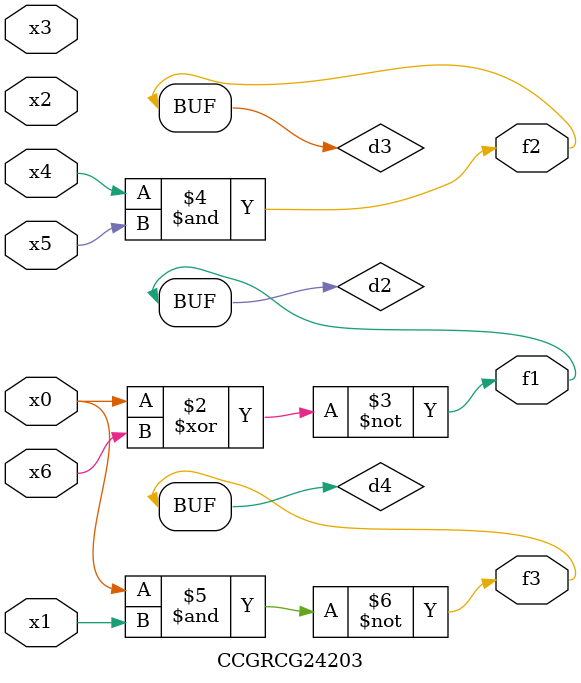
<source format=v>
module CCGRCG24203(
	input x0, x1, x2, x3, x4, x5, x6,
	output f1, f2, f3
);

	wire d1, d2, d3, d4;

	nor (d1, x0);
	xnor (d2, x0, x6);
	and (d3, x4, x5);
	nand (d4, x0, x1);
	assign f1 = d2;
	assign f2 = d3;
	assign f3 = d4;
endmodule

</source>
